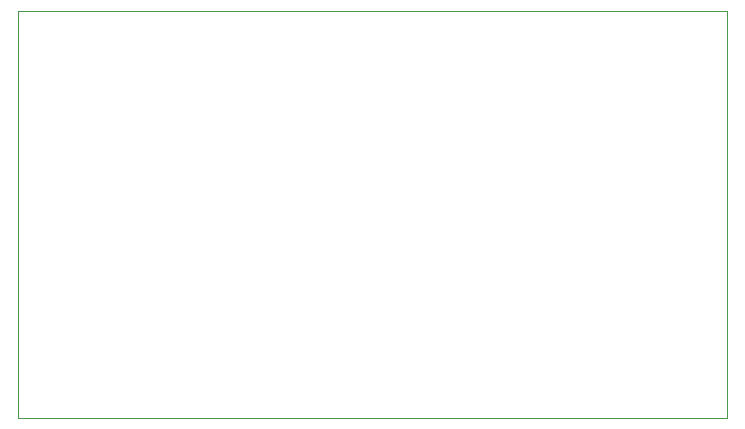
<source format=gbr>
%TF.GenerationSoftware,KiCad,Pcbnew,(6.0.11)*%
%TF.CreationDate,2025-03-13T12:33:08+04:00*%
%TF.ProjectId,gig_E,6769675f-452e-46b6-9963-61645f706362,rev?*%
%TF.SameCoordinates,Original*%
%TF.FileFunction,Profile,NP*%
%FSLAX46Y46*%
G04 Gerber Fmt 4.6, Leading zero omitted, Abs format (unit mm)*
G04 Created by KiCad (PCBNEW (6.0.11)) date 2025-03-13 12:33:08*
%MOMM*%
%LPD*%
G01*
G04 APERTURE LIST*
%TA.AperFunction,Profile*%
%ADD10C,0.100000*%
%TD*%
G04 APERTURE END LIST*
D10*
X50000000Y-115000000D02*
X110000000Y-115000000D01*
X110000000Y-115000000D02*
X110000000Y-149500000D01*
X110000000Y-149500000D02*
X50000000Y-149500000D01*
X50000000Y-149500000D02*
X50000000Y-115000000D01*
M02*

</source>
